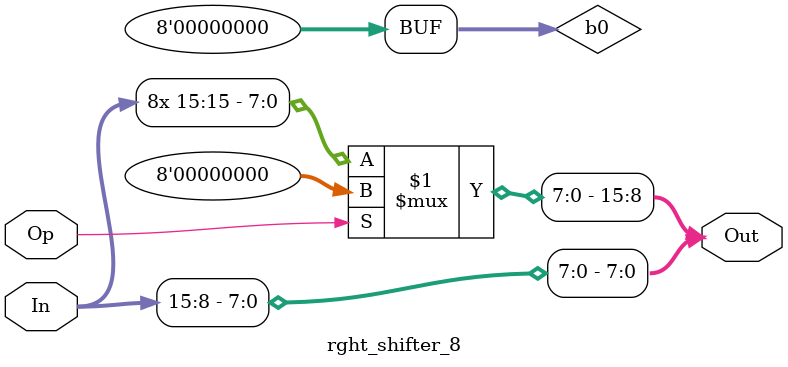
<source format=v>
/*
    shift/rotate the input to the right by eight bits
    Op is 1, shift
    Op is 0, rotate
 */
module rght_shifter_8 (In, Op, Out);
    parameter   N = 16;
   	parameter	  B = 8;

   	input[N-1:0]    In;
   	input			      Op;
   	output[N-1:0]   Out;

   	// B bits of 0
   	wire[B-1:0] b0 = {B{1'b0}};
    // shift/rotate the input by B bits
    assign Out = {Op ? b0 : {B{In[N-1]}}, In[N-1:B]};
endmodule   
</source>
